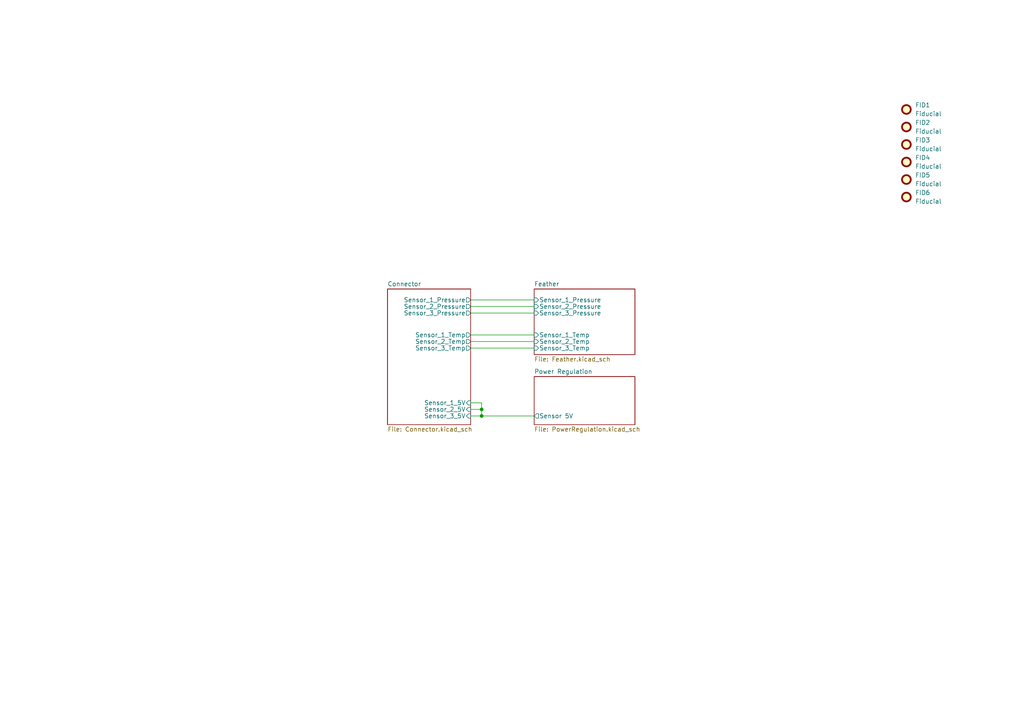
<source format=kicad_sch>
(kicad_sch (version 20211123) (generator eeschema)

  (uuid e63e39d7-6ac0-4ffd-8aa3-1841a4541b55)

  (paper "A4")

  (lib_symbols
    (symbol "Mechanical:Fiducial" (in_bom yes) (on_board yes)
      (property "Reference" "FID" (id 0) (at 0 5.08 0)
        (effects (font (size 1.27 1.27)))
      )
      (property "Value" "Fiducial" (id 1) (at 0 3.175 0)
        (effects (font (size 1.27 1.27)))
      )
      (property "Footprint" "" (id 2) (at 0 0 0)
        (effects (font (size 1.27 1.27)) hide)
      )
      (property "Datasheet" "~" (id 3) (at 0 0 0)
        (effects (font (size 1.27 1.27)) hide)
      )
      (property "ki_keywords" "fiducial marker" (id 4) (at 0 0 0)
        (effects (font (size 1.27 1.27)) hide)
      )
      (property "ki_description" "Fiducial Marker" (id 5) (at 0 0 0)
        (effects (font (size 1.27 1.27)) hide)
      )
      (property "ki_fp_filters" "Fiducial*" (id 6) (at 0 0 0)
        (effects (font (size 1.27 1.27)) hide)
      )
      (symbol "Fiducial_0_1"
        (circle (center 0 0) (radius 1.27)
          (stroke (width 0.508) (type default) (color 0 0 0 0))
          (fill (type background))
        )
      )
    )
  )

  (junction (at 139.7 118.745) (diameter 0) (color 0 0 0 0)
    (uuid 168dd672-db6b-4ebc-8fca-8f2c89ffc262)
  )
  (junction (at 139.7 120.65) (diameter 0) (color 0 0 0 0)
    (uuid 42f4a186-cd86-4828-bcea-7fe8542972f2)
  )

  (wire (pts (xy 139.7 120.65) (xy 154.94 120.65))
    (stroke (width 0) (type default) (color 0 0 0 0))
    (uuid 1f5945a3-4e57-4b78-b3ba-8bc87106ce61)
  )
  (wire (pts (xy 136.525 116.84) (xy 139.7 116.84))
    (stroke (width 0) (type default) (color 0 0 0 0))
    (uuid 40cd84c3-16b7-4b31-a6e4-b2c0c22a5ece)
  )
  (wire (pts (xy 139.7 120.65) (xy 136.525 120.65))
    (stroke (width 0) (type default) (color 0 0 0 0))
    (uuid 550b600b-10f0-49e3-8e3c-5b6cc2f10541)
  )
  (wire (pts (xy 136.525 100.965) (xy 154.94 100.965))
    (stroke (width 0) (type default) (color 0 0 0 0))
    (uuid 554e48fc-4289-4903-8890-36b9506bc5c8)
  )
  (wire (pts (xy 136.525 118.745) (xy 139.7 118.745))
    (stroke (width 0) (type default) (color 0 0 0 0))
    (uuid 5c3e32a6-4185-4848-8989-2e9e7ba5e84c)
  )
  (wire (pts (xy 136.525 90.805) (xy 154.94 90.805))
    (stroke (width 0) (type default) (color 0 0 0 0))
    (uuid 5c55f416-fa9f-46dc-ac3a-3d64b297960c)
  )
  (wire (pts (xy 136.525 99.06) (xy 154.94 99.06))
    (stroke (width 0) (type default) (color 0 0 0 0))
    (uuid 8ff88b77-61b0-4fb7-86af-af16de82bfb3)
  )
  (wire (pts (xy 136.525 86.995) (xy 154.94 86.995))
    (stroke (width 0) (type default) (color 0 0 0 0))
    (uuid 9738cfc7-3e12-4e28-bdec-e3a71fef5f65)
  )
  (wire (pts (xy 139.7 116.84) (xy 139.7 118.745))
    (stroke (width 0) (type default) (color 0 0 0 0))
    (uuid a25dc014-a29b-4ded-a015-4cacd4cb0666)
  )
  (wire (pts (xy 139.7 118.745) (xy 139.7 120.65))
    (stroke (width 0) (type default) (color 0 0 0 0))
    (uuid b493ad4c-261c-4cfe-ae0d-1455f04b9169)
  )
  (wire (pts (xy 136.525 97.155) (xy 154.94 97.155))
    (stroke (width 0) (type default) (color 0 0 0 0))
    (uuid ed6b50bf-be35-4edb-8a84-7a7c67a57c25)
  )
  (wire (pts (xy 136.525 88.9) (xy 154.94 88.9))
    (stroke (width 0) (type default) (color 0 0 0 0))
    (uuid f72b4bf4-fc99-458d-9be8-9389d51360b2)
  )

  (symbol (lib_id "Mechanical:Fiducial") (at 262.89 31.75 0) (unit 1)
    (in_bom yes) (on_board yes) (fields_autoplaced)
    (uuid 3e856c37-4a5e-44af-9f08-4e61e6ac4507)
    (property "Reference" "FID1" (id 0) (at 265.43 30.4799 0)
      (effects (font (size 1.27 1.27)) (justify left))
    )
    (property "Value" "Fiducial" (id 1) (at 265.43 33.0199 0)
      (effects (font (size 1.27 1.27)) (justify left))
    )
    (property "Footprint" "Fiducial:Fiducial_0.75mm_Mask1.5mm" (id 2) (at 262.89 31.75 0)
      (effects (font (size 1.27 1.27)) hide)
    )
    (property "Datasheet" "~" (id 3) (at 262.89 31.75 0)
      (effects (font (size 1.27 1.27)) hide)
    )
  )

  (symbol (lib_id "Mechanical:Fiducial") (at 262.89 36.83 0) (unit 1)
    (in_bom yes) (on_board yes) (fields_autoplaced)
    (uuid 789f1aa9-b0ef-4924-8618-5395ca2aa94e)
    (property "Reference" "FID2" (id 0) (at 265.43 35.5599 0)
      (effects (font (size 1.27 1.27)) (justify left))
    )
    (property "Value" "Fiducial" (id 1) (at 265.43 38.0999 0)
      (effects (font (size 1.27 1.27)) (justify left))
    )
    (property "Footprint" "Fiducial:Fiducial_0.75mm_Mask1.5mm" (id 2) (at 262.89 36.83 0)
      (effects (font (size 1.27 1.27)) hide)
    )
    (property "Datasheet" "~" (id 3) (at 262.89 36.83 0)
      (effects (font (size 1.27 1.27)) hide)
    )
  )

  (symbol (lib_id "Mechanical:Fiducial") (at 262.89 52.07 0) (unit 1)
    (in_bom yes) (on_board yes) (fields_autoplaced)
    (uuid 9ce10887-2bd9-4b50-9187-0d9c40345a6a)
    (property "Reference" "FID5" (id 0) (at 265.43 50.7999 0)
      (effects (font (size 1.27 1.27)) (justify left))
    )
    (property "Value" "Fiducial" (id 1) (at 265.43 53.3399 0)
      (effects (font (size 1.27 1.27)) (justify left))
    )
    (property "Footprint" "Fiducial:Fiducial_0.75mm_Mask1.5mm" (id 2) (at 262.89 52.07 0)
      (effects (font (size 1.27 1.27)) hide)
    )
    (property "Datasheet" "~" (id 3) (at 262.89 52.07 0)
      (effects (font (size 1.27 1.27)) hide)
    )
  )

  (symbol (lib_id "Mechanical:Fiducial") (at 262.89 41.91 0) (unit 1)
    (in_bom yes) (on_board yes) (fields_autoplaced)
    (uuid b08dae98-d496-4671-92ef-6f8c883092b3)
    (property "Reference" "FID3" (id 0) (at 265.43 40.6399 0)
      (effects (font (size 1.27 1.27)) (justify left))
    )
    (property "Value" "Fiducial" (id 1) (at 265.43 43.1799 0)
      (effects (font (size 1.27 1.27)) (justify left))
    )
    (property "Footprint" "Fiducial:Fiducial_0.75mm_Mask1.5mm" (id 2) (at 262.89 41.91 0)
      (effects (font (size 1.27 1.27)) hide)
    )
    (property "Datasheet" "~" (id 3) (at 262.89 41.91 0)
      (effects (font (size 1.27 1.27)) hide)
    )
  )

  (symbol (lib_id "Mechanical:Fiducial") (at 262.89 46.99 0) (unit 1)
    (in_bom yes) (on_board yes) (fields_autoplaced)
    (uuid c025c323-7605-451b-9c94-eef9bc6f9ba9)
    (property "Reference" "FID4" (id 0) (at 265.43 45.7199 0)
      (effects (font (size 1.27 1.27)) (justify left))
    )
    (property "Value" "Fiducial" (id 1) (at 265.43 48.2599 0)
      (effects (font (size 1.27 1.27)) (justify left))
    )
    (property "Footprint" "Fiducial:Fiducial_0.75mm_Mask1.5mm" (id 2) (at 262.89 46.99 0)
      (effects (font (size 1.27 1.27)) hide)
    )
    (property "Datasheet" "~" (id 3) (at 262.89 46.99 0)
      (effects (font (size 1.27 1.27)) hide)
    )
  )

  (symbol (lib_id "Mechanical:Fiducial") (at 262.89 57.15 0) (unit 1)
    (in_bom yes) (on_board yes) (fields_autoplaced)
    (uuid f7c6c883-3e75-4c96-a469-6448eab84f7a)
    (property "Reference" "FID6" (id 0) (at 265.43 55.8799 0)
      (effects (font (size 1.27 1.27)) (justify left))
    )
    (property "Value" "Fiducial" (id 1) (at 265.43 58.4199 0)
      (effects (font (size 1.27 1.27)) (justify left))
    )
    (property "Footprint" "Fiducial:Fiducial_0.75mm_Mask1.5mm" (id 2) (at 262.89 57.15 0)
      (effects (font (size 1.27 1.27)) hide)
    )
    (property "Datasheet" "~" (id 3) (at 262.89 57.15 0)
      (effects (font (size 1.27 1.27)) hide)
    )
  )

  (sheet (at 154.94 109.22) (size 29.21 13.97) (fields_autoplaced)
    (stroke (width 0.1524) (type solid) (color 0 0 0 0))
    (fill (color 0 0 0 0.0000))
    (uuid ab6d2253-a054-4ad9-8cd2-c099c3c7d414)
    (property "Sheet name" "Power Regulation" (id 0) (at 154.94 108.5084 0)
      (effects (font (size 1.27 1.27)) (justify left bottom))
    )
    (property "Sheet file" "PowerRegulation.kicad_sch" (id 1) (at 154.94 123.7746 0)
      (effects (font (size 1.27 1.27)) (justify left top))
    )
    (pin "Sensor 5V" output (at 154.94 120.65 180)
      (effects (font (size 1.27 1.27)) (justify left))
      (uuid 8af2d5ad-70a9-494a-9383-a460dd63da52)
    )
  )

  (sheet (at 112.395 83.82) (size 24.13 39.37) (fields_autoplaced)
    (stroke (width 0.1524) (type solid) (color 0 0 0 0))
    (fill (color 0 0 0 0.0000))
    (uuid bc3ebcf4-bb67-4760-9914-189d1379e69f)
    (property "Sheet name" "Connector" (id 0) (at 112.395 83.1084 0)
      (effects (font (size 1.27 1.27)) (justify left bottom))
    )
    (property "Sheet file" "Connector.kicad_sch" (id 1) (at 112.395 123.7746 0)
      (effects (font (size 1.27 1.27)) (justify left top))
    )
    (pin "Sensor_2_5V" input (at 136.525 118.745 0)
      (effects (font (size 1.27 1.27)) (justify right))
      (uuid 1c8c2b20-9609-4685-9311-ce23b50e531d)
    )
    (pin "Sensor_3_5V" input (at 136.525 120.65 0)
      (effects (font (size 1.27 1.27)) (justify right))
      (uuid 4c06bcee-0077-4ef0-a1b2-1b36fb1950ec)
    )
    (pin "Sensor_1_5V" input (at 136.525 116.84 0)
      (effects (font (size 1.27 1.27)) (justify right))
      (uuid 88a4a890-2852-4130-bbf3-323265597b16)
    )
    (pin "Sensor_3_Temp" output (at 136.525 100.965 0)
      (effects (font (size 1.27 1.27)) (justify right))
      (uuid c7395eae-b9ec-43c4-b931-d183e35476dd)
    )
    (pin "Sensor_2_Temp" output (at 136.525 99.06 0)
      (effects (font (size 1.27 1.27)) (justify right))
      (uuid fe87e77e-615a-444c-9d91-34e04fb742c1)
    )
    (pin "Sensor_3_Pressure" output (at 136.525 90.805 0)
      (effects (font (size 1.27 1.27)) (justify right))
      (uuid 178b2ab3-ce8b-4cf2-8070-98cf93e262f8)
    )
    (pin "Sensor_1_Pressure" output (at 136.525 86.995 0)
      (effects (font (size 1.27 1.27)) (justify right))
      (uuid 30220cf0-b7bb-4ac4-a154-29edf29e71fe)
    )
    (pin "Sensor_1_Temp" output (at 136.525 97.155 0)
      (effects (font (size 1.27 1.27)) (justify right))
      (uuid ec02d53e-ef44-44aa-9db7-4c1fb73e3d2f)
    )
    (pin "Sensor_2_Pressure" output (at 136.525 88.9 0)
      (effects (font (size 1.27 1.27)) (justify right))
      (uuid 95233e35-03bf-4053-ad8f-e3311e781de0)
    )
  )

  (sheet (at 154.94 83.82) (size 29.21 19.05) (fields_autoplaced)
    (stroke (width 0.1524) (type solid) (color 0 0 0 0))
    (fill (color 0 0 0 0.0000))
    (uuid ce4178aa-a44b-4063-8e1c-03c90baefe49)
    (property "Sheet name" "Feather" (id 0) (at 154.94 83.1084 0)
      (effects (font (size 1.27 1.27)) (justify left bottom))
    )
    (property "Sheet file" "Feather.kicad_sch" (id 1) (at 154.94 103.4546 0)
      (effects (font (size 1.27 1.27)) (justify left top))
    )
    (pin "Sensor_1_Temp" input (at 154.94 97.155 180)
      (effects (font (size 1.27 1.27)) (justify left))
      (uuid 59aff7b3-2a17-4fa5-be3c-57fab7418478)
    )
    (pin "Sensor_1_Pressure" input (at 154.94 86.995 180)
      (effects (font (size 1.27 1.27)) (justify left))
      (uuid 522d3607-c84c-4a14-9a74-96f2ca7a92b8)
    )
    (pin "Sensor_2_Temp" input (at 154.94 99.06 180)
      (effects (font (size 1.27 1.27)) (justify left))
      (uuid 2f1e5813-4d1c-46c5-9baa-4b42df26e689)
    )
    (pin "Sensor_2_Pressure" input (at 154.94 88.9 180)
      (effects (font (size 1.27 1.27)) (justify left))
      (uuid 7d28eea3-6189-4820-8c96-cd8da65b22ce)
    )
    (pin "Sensor_3_Pressure" input (at 154.94 90.805 180)
      (effects (font (size 1.27 1.27)) (justify left))
      (uuid 89348ae5-aaad-4a43-8106-d1c21145d1f0)
    )
    (pin "Sensor_3_Temp" input (at 154.94 100.965 180)
      (effects (font (size 1.27 1.27)) (justify left))
      (uuid fa202fd7-4285-4388-b25c-efbcd85d279d)
    )
  )

  (sheet_instances
    (path "/" (page "1"))
    (path "/bc3ebcf4-bb67-4760-9914-189d1379e69f" (page "2"))
    (path "/ab6d2253-a054-4ad9-8cd2-c099c3c7d414" (page "3"))
    (path "/ce4178aa-a44b-4063-8e1c-03c90baefe49" (page "4"))
  )

  (symbol_instances
    (path "/bc3ebcf4-bb67-4760-9914-189d1379e69f/eb9837cb-bf6f-43da-bde8-757d59e9f57f"
      (reference "#PWR0101") (unit 1) (value "+24V") (footprint "")
    )
    (path "/bc3ebcf4-bb67-4760-9914-189d1379e69f/264eacd5-e9fe-44aa-9afe-00a8f9d295ac"
      (reference "#PWR0102") (unit 1) (value "GND") (footprint "")
    )
    (path "/ab6d2253-a054-4ad9-8cd2-c099c3c7d414/7b8c6030-d64a-48ae-88d7-824e88e7169d"
      (reference "#PWR0103") (unit 1) (value "+5V") (footprint "")
    )
    (path "/ab6d2253-a054-4ad9-8cd2-c099c3c7d414/a7b89936-f131-42aa-bb24-96874851246e"
      (reference "#PWR0104") (unit 1) (value "+12V") (footprint "")
    )
    (path "/ab6d2253-a054-4ad9-8cd2-c099c3c7d414/1fb8b51a-d4b7-4b37-83d7-fcafa318cc91"
      (reference "#PWR0105") (unit 1) (value "GND") (footprint "")
    )
    (path "/ab6d2253-a054-4ad9-8cd2-c099c3c7d414/9242e7f4-d05f-4b02-9298-197601cb722b"
      (reference "#PWR0106") (unit 1) (value "+24V") (footprint "")
    )
    (path "/ab6d2253-a054-4ad9-8cd2-c099c3c7d414/e020020a-70d6-4391-a24e-8f69fabea557"
      (reference "#PWR0107") (unit 1) (value "+3.3V") (footprint "")
    )
    (path "/ab6d2253-a054-4ad9-8cd2-c099c3c7d414/6b55502b-e6f8-45f7-8d4a-6fe34f1fdc5b"
      (reference "#PWR0108") (unit 1) (value "GND") (footprint "")
    )
    (path "/ab6d2253-a054-4ad9-8cd2-c099c3c7d414/ce08f913-b54b-4b86-b351-8a8f3aab4c5e"
      (reference "#PWR0109") (unit 1) (value "GND") (footprint "")
    )
    (path "/ab6d2253-a054-4ad9-8cd2-c099c3c7d414/429c31cb-3acc-443d-b254-247ef0a5279a"
      (reference "#PWR0110") (unit 1) (value "GND") (footprint "")
    )
    (path "/ab6d2253-a054-4ad9-8cd2-c099c3c7d414/5a61fd15-93e4-4ecd-a125-75b21cc0facb"
      (reference "#PWR0111") (unit 1) (value "GND") (footprint "")
    )
    (path "/ab6d2253-a054-4ad9-8cd2-c099c3c7d414/fc323a65-1854-49ae-96a1-a1c82a617682"
      (reference "#PWR0112") (unit 1) (value "+12V") (footprint "")
    )
    (path "/ab6d2253-a054-4ad9-8cd2-c099c3c7d414/b78e21dc-3842-47be-98d5-f9781e73f67c"
      (reference "#PWR0113") (unit 1) (value "+12V") (footprint "")
    )
    (path "/ce4178aa-a44b-4063-8e1c-03c90baefe49/d31d647c-7903-41ac-b049-dfb0506aceeb"
      (reference "#PWR0114") (unit 1) (value "GND") (footprint "")
    )
    (path "/ce4178aa-a44b-4063-8e1c-03c90baefe49/a383bdb3-1b17-4b6b-888a-d3c607320be1"
      (reference "#PWR0115") (unit 1) (value "+3.3V") (footprint "")
    )
    (path "/ce4178aa-a44b-4063-8e1c-03c90baefe49/aa1d5310-69b2-4547-829d-bc56ba47df27"
      (reference "#PWR0116") (unit 1) (value "GND") (footprint "")
    )
    (path "/bc3ebcf4-bb67-4760-9914-189d1379e69f/45564b42-6f6a-4ba7-9184-1c441355a3f2"
      (reference "#PWR0117") (unit 1) (value "GND") (footprint "")
    )
    (path "/bc3ebcf4-bb67-4760-9914-189d1379e69f/5ce8e7af-b634-4839-abff-28d3404b84c1"
      (reference "#PWR0118") (unit 1) (value "GND") (footprint "")
    )
    (path "/bc3ebcf4-bb67-4760-9914-189d1379e69f/7cdaccc4-826e-4f28-be15-9b39b7b110e8"
      (reference "#PWR0119") (unit 1) (value "GND") (footprint "")
    )
    (path "/bc3ebcf4-bb67-4760-9914-189d1379e69f/721c61f2-dd22-479b-9666-a91cbceac46d"
      (reference "#PWR0120") (unit 1) (value "GND") (footprint "")
    )
    (path "/ce4178aa-a44b-4063-8e1c-03c90baefe49/7eb44b2c-7b21-4366-ad16-e9ac64b6e529"
      (reference "A1") (unit 1) (value "Adafruit_Feather_Generic") (footprint "Module:Adafruit_Feather")
    )
    (path "/ab6d2253-a054-4ad9-8cd2-c099c3c7d414/c7025bac-6c78-4488-aaff-4ceda80e94ae"
      (reference "C1") (unit 1) (value "1uF") (footprint "Capacitor_SMD:C_0805_2012Metric")
    )
    (path "/ab6d2253-a054-4ad9-8cd2-c099c3c7d414/22916970-6ddb-4f81-ae70-1ebef0f8caa0"
      (reference "C2") (unit 1) (value "1uF") (footprint "Capacitor_SMD:C_0805_2012Metric")
    )
    (path "/ab6d2253-a054-4ad9-8cd2-c099c3c7d414/94a32b42-49c2-4267-97e5-2f110d31f1a2"
      (reference "C3") (unit 1) (value "10uf 50V") (footprint "Capacitor_SMD:C_1206_3216Metric")
    )
    (path "/ab6d2253-a054-4ad9-8cd2-c099c3c7d414/3dc8e29b-2c70-410f-9778-c35c649f3b4d"
      (reference "C4") (unit 1) (value "22uf 25V") (footprint "Capacitor_SMD:C_1206_3216Metric")
    )
    (path "/ab6d2253-a054-4ad9-8cd2-c099c3c7d414/401a4a81-e5f5-44ab-8639-f06fd5486151"
      (reference "C5") (unit 1) (value "1uF") (footprint "Capacitor_SMD:C_0805_2012Metric")
    )
    (path "/ab6d2253-a054-4ad9-8cd2-c099c3c7d414/2aa443b5-49d7-4be5-ae95-24aefbfb6b48"
      (reference "C6") (unit 1) (value "1uF") (footprint "Capacitor_SMD:C_0805_2012Metric")
    )
    (path "/3e856c37-4a5e-44af-9f08-4e61e6ac4507"
      (reference "FID1") (unit 1) (value "Fiducial") (footprint "Fiducial:Fiducial_0.75mm_Mask1.5mm")
    )
    (path "/789f1aa9-b0ef-4924-8618-5395ca2aa94e"
      (reference "FID2") (unit 1) (value "Fiducial") (footprint "Fiducial:Fiducial_0.75mm_Mask1.5mm")
    )
    (path "/b08dae98-d496-4671-92ef-6f8c883092b3"
      (reference "FID3") (unit 1) (value "Fiducial") (footprint "Fiducial:Fiducial_0.75mm_Mask1.5mm")
    )
    (path "/c025c323-7605-451b-9c94-eef9bc6f9ba9"
      (reference "FID4") (unit 1) (value "Fiducial") (footprint "Fiducial:Fiducial_0.75mm_Mask1.5mm")
    )
    (path "/9ce10887-2bd9-4b50-9187-0d9c40345a6a"
      (reference "FID5") (unit 1) (value "Fiducial") (footprint "Fiducial:Fiducial_0.75mm_Mask1.5mm")
    )
    (path "/f7c6c883-3e75-4c96-a469-6448eab84f7a"
      (reference "FID6") (unit 1) (value "Fiducial") (footprint "Fiducial:Fiducial_0.75mm_Mask1.5mm")
    )
    (path "/bc3ebcf4-bb67-4760-9914-189d1379e69f/f7776d77-7dbb-4d4f-8722-1851411dbc40"
      (reference "H1") (unit 1) (value "MountingHole_Pad") (footprint "MountingHole:MountingHole_3.2mm_M3_Pad_Via")
    )
    (path "/bc3ebcf4-bb67-4760-9914-189d1379e69f/8f76b46f-54ea-486c-824b-31279bb9b5d0"
      (reference "H2") (unit 1) (value "MountingHole_Pad") (footprint "MountingHole:MountingHole_3.2mm_M3_Pad_Via")
    )
    (path "/bc3ebcf4-bb67-4760-9914-189d1379e69f/813dee3e-9bc8-4889-a6f0-0671ec460b4f"
      (reference "H3") (unit 1) (value "MountingHole_Pad") (footprint "MountingHole:MountingHole_3.2mm_M3_Pad_Via")
    )
    (path "/bc3ebcf4-bb67-4760-9914-189d1379e69f/6f4a6345-c606-4413-938b-b1d1485e876f"
      (reference "H4") (unit 1) (value "MountingHole_Pad") (footprint "MountingHole:MountingHole_3.2mm_M3_Pad_Via")
    )
    (path "/ab6d2253-a054-4ad9-8cd2-c099c3c7d414/f3fcd153-d097-4f01-9cce-0a4a17c6c25c"
      (reference "IC1") (unit 1) (value "ADP3335ARMZ-5-R7") (footprint "footprints:SOP65P490X110-8N")
    )
    (path "/ab6d2253-a054-4ad9-8cd2-c099c3c7d414/b2c09a8a-fb5a-452f-9f2b-94a578d034b8"
      (reference "IC2") (unit 1) (value "ADP3335ARMZ-3.3-RL") (footprint "footprints:SOP65P490X110-8N")
    )
    (path "/bc3ebcf4-bb67-4760-9914-189d1379e69f/3dc88b24-4d9c-43bd-9902-20c0e22b2cba"
      (reference "J1") (unit 1) (value "Conn_01x39") (footprint "UniSA_Motorsport_Connector:Samtec_MECF-40-0_-L-DV_2x40_P1.27mm_Polarized_Edge")
    )
    (path "/ce4178aa-a44b-4063-8e1c-03c90baefe49/f45ac3d5-3eec-4ee5-8583-b03c2b3261e9"
      (reference "J2") (unit 1) (value "Conn_01x07") (footprint "Connector_PinHeader_2.54mm:PinHeader_1x07_P2.54mm_Vertical")
    )
    (path "/ce4178aa-a44b-4063-8e1c-03c90baefe49/2d35e9ab-6d79-4d51-a4ea-562c1757c4f1"
      (reference "RV1") (unit 1) (value "3296W") (footprint "UniSA_Motorsport_Resistor:Potentiometer_Bourns_3296W_Vertical")
    )
    (path "/ce4178aa-a44b-4063-8e1c-03c90baefe49/78772366-51e5-4a88-9d2f-a26d923f3747"
      (reference "RV2") (unit 1) (value "3296W") (footprint "UniSA_Motorsport_Resistor:Potentiometer_Bourns_3296W_Vertical")
    )
    (path "/ce4178aa-a44b-4063-8e1c-03c90baefe49/86c8bb99-d5c7-46c1-8945-d3bfb38704c0"
      (reference "RV3") (unit 1) (value "3296W") (footprint "UniSA_Motorsport_Resistor:Potentiometer_Bourns_3296W_Vertical")
    )
    (path "/ce4178aa-a44b-4063-8e1c-03c90baefe49/0e7ddac4-03e6-4e9d-b08f-53b16ab61663"
      (reference "RV4") (unit 1) (value "3296W") (footprint "UniSA_Motorsport_Resistor:Potentiometer_Bourns_3296W_Vertical")
    )
    (path "/ce4178aa-a44b-4063-8e1c-03c90baefe49/e9f7f275-3220-4f75-9294-b0190c7f58b6"
      (reference "RV5") (unit 1) (value "3296W") (footprint "UniSA_Motorsport_Resistor:Potentiometer_Bourns_3296W_Vertical")
    )
    (path "/ce4178aa-a44b-4063-8e1c-03c90baefe49/9e646cfa-1cc9-4329-9ff8-ffddd8c659e7"
      (reference "RV6") (unit 1) (value "3296W") (footprint "UniSA_Motorsport_Resistor:Potentiometer_Bourns_3296W_Vertical")
    )
    (path "/ce4178aa-a44b-4063-8e1c-03c90baefe49/4c45a94c-e51f-4b25-a983-e8f8d1b2e06c"
      (reference "TP1") (unit 1) (value "TestPoint") (footprint "TestPoint:TestPoint_Loop_D2.50mm_Drill1.0mm")
    )
    (path "/ce4178aa-a44b-4063-8e1c-03c90baefe49/7ed0ebda-cb83-42d9-ad9f-2d79fee0b477"
      (reference "TP2") (unit 1) (value "TestPoint") (footprint "TestPoint:TestPoint_Loop_D2.50mm_Drill1.0mm")
    )
    (path "/ce4178aa-a44b-4063-8e1c-03c90baefe49/9ccff64f-a74a-45fa-8d07-f0c13e036a87"
      (reference "TP3") (unit 1) (value "TestPoint") (footprint "TestPoint:TestPoint_Loop_D2.50mm_Drill1.0mm")
    )
    (path "/ce4178aa-a44b-4063-8e1c-03c90baefe49/dceec4ea-5a95-4f7c-8fdd-52af5757b65d"
      (reference "TP4") (unit 1) (value "TestPoint") (footprint "TestPoint:TestPoint_Loop_D2.50mm_Drill1.0mm")
    )
    (path "/ce4178aa-a44b-4063-8e1c-03c90baefe49/9c5d5875-2320-49b1-af9e-66034e7192bb"
      (reference "TP5") (unit 1) (value "TestPoint") (footprint "TestPoint:TestPoint_Loop_D2.50mm_Drill1.0mm")
    )
    (path "/ce4178aa-a44b-4063-8e1c-03c90baefe49/1ba91748-c2b6-4e2b-be90-3f3030369059"
      (reference "TP6") (unit 1) (value "TestPoint") (footprint "TestPoint:TestPoint_Loop_D2.50mm_Drill1.0mm")
    )
    (path "/ab6d2253-a054-4ad9-8cd2-c099c3c7d414/cce5798a-be99-491f-8bf4-9cc70a8fe1ad"
      (reference "U1") (unit 1) (value "VX78012-500") (footprint "UniSA KiCAD Libraries:VX78012-500")
    )
  )
)

</source>
